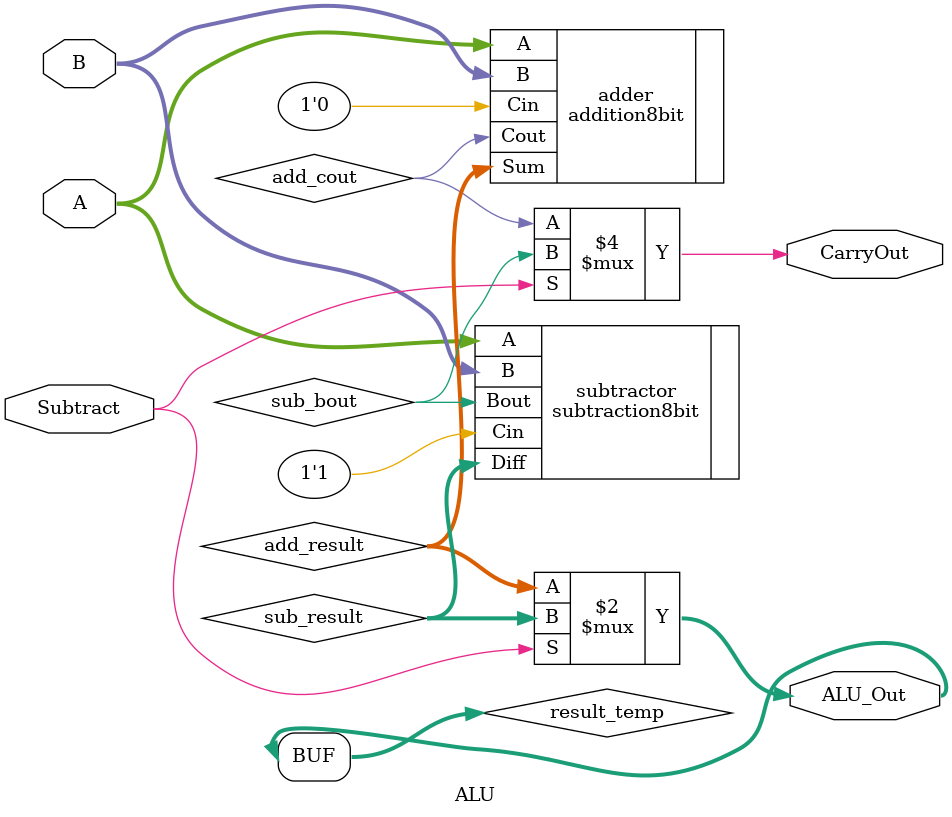
<source format=v>
`timescale 1ps / 1ps

module ALU (
    input [7:0] A, B,        
    input Subtract,           
    output [7:0] ALU_Out,     
    output CarryOut           
);
    wire [7:0] add_result, sub_result;  
    wire add_cout, sub_bout;            
    wire [7:0] result_temp;             

    // Instantiate 8-bit adder
    addition8bit adder (
        .A(A), 
        .B(B), 
        .Cin(1'b0),           // No initial carry-in
        .Sum(add_result),     // Adder output
        .Cout(add_cout)       // Adder carry-out
    );

    // Instantiate 8-bit subtractor
    subtraction8bit subtractor (
        .A(A),
        .B(B),
        .Cin(1'b1),           // Set Cin to 1 for two's complement
        .Diff(sub_result),    // Subtractor output
        .Bout(sub_bout)       // Subtractor borrow-out
    );

    // Multiplexer for result selection based on Subtract control
    assign result_temp = (Subtract == 1'b0) ? add_result : sub_result;

    // Carry Out Flag
    assign CarryOut = (Subtract == 1'b0) ? add_cout : sub_bout;

    // Assign the final output
    assign ALU_Out = result_temp;

endmodule

</source>
